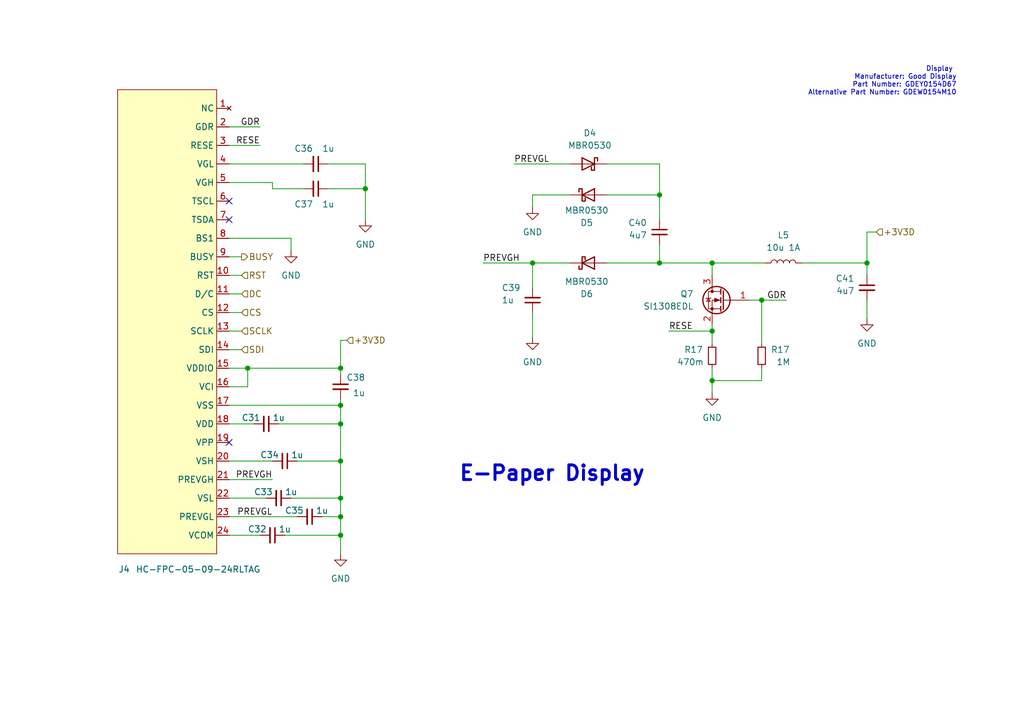
<source format=kicad_sch>
(kicad_sch (version 20230121) (generator eeschema)

  (uuid 4ae5d511-70c0-4fc6-a560-5e86bd4dae3d)

  (paper "A5")

  (title_block
    (title "Display")
    (date "2024-02-01")
    (rev "4")
    (company "Teapot Laboratories")
  )

  (lib_symbols
    (symbol "Device:C_Small" (pin_numbers hide) (pin_names (offset 0.254) hide) (in_bom yes) (on_board yes)
      (property "Reference" "C" (at 0.254 1.778 0)
        (effects (font (size 1.27 1.27)) (justify left))
      )
      (property "Value" "C_Small" (at 0.254 -2.032 0)
        (effects (font (size 1.27 1.27)) (justify left))
      )
      (property "Footprint" "" (at 0 0 0)
        (effects (font (size 1.27 1.27)) hide)
      )
      (property "Datasheet" "~" (at 0 0 0)
        (effects (font (size 1.27 1.27)) hide)
      )
      (property "ki_keywords" "capacitor cap" (at 0 0 0)
        (effects (font (size 1.27 1.27)) hide)
      )
      (property "ki_description" "Unpolarized capacitor, small symbol" (at 0 0 0)
        (effects (font (size 1.27 1.27)) hide)
      )
      (property "ki_fp_filters" "C_*" (at 0 0 0)
        (effects (font (size 1.27 1.27)) hide)
      )
      (symbol "C_Small_0_1"
        (polyline
          (pts
            (xy -1.524 -0.508)
            (xy 1.524 -0.508)
          )
          (stroke (width 0.3302) (type default))
          (fill (type none))
        )
        (polyline
          (pts
            (xy -1.524 0.508)
            (xy 1.524 0.508)
          )
          (stroke (width 0.3048) (type default))
          (fill (type none))
        )
      )
      (symbol "C_Small_1_1"
        (pin passive line (at 0 2.54 270) (length 2.032)
          (name "~" (effects (font (size 1.27 1.27))))
          (number "1" (effects (font (size 1.27 1.27))))
        )
        (pin passive line (at 0 -2.54 90) (length 2.032)
          (name "~" (effects (font (size 1.27 1.27))))
          (number "2" (effects (font (size 1.27 1.27))))
        )
      )
    )
    (symbol "Device:L" (pin_numbers hide) (pin_names (offset 1.016) hide) (in_bom yes) (on_board yes)
      (property "Reference" "L" (at -1.27 0 90)
        (effects (font (size 1.27 1.27)))
      )
      (property "Value" "L" (at 1.905 0 90)
        (effects (font (size 1.27 1.27)))
      )
      (property "Footprint" "" (at 0 0 0)
        (effects (font (size 1.27 1.27)) hide)
      )
      (property "Datasheet" "~" (at 0 0 0)
        (effects (font (size 1.27 1.27)) hide)
      )
      (property "ki_keywords" "inductor choke coil reactor magnetic" (at 0 0 0)
        (effects (font (size 1.27 1.27)) hide)
      )
      (property "ki_description" "Inductor" (at 0 0 0)
        (effects (font (size 1.27 1.27)) hide)
      )
      (property "ki_fp_filters" "Choke_* *Coil* Inductor_* L_*" (at 0 0 0)
        (effects (font (size 1.27 1.27)) hide)
      )
      (symbol "L_0_1"
        (arc (start 0 -2.54) (mid 0.6323 -1.905) (end 0 -1.27)
          (stroke (width 0) (type default))
          (fill (type none))
        )
        (arc (start 0 -1.27) (mid 0.6323 -0.635) (end 0 0)
          (stroke (width 0) (type default))
          (fill (type none))
        )
        (arc (start 0 0) (mid 0.6323 0.635) (end 0 1.27)
          (stroke (width 0) (type default))
          (fill (type none))
        )
        (arc (start 0 1.27) (mid 0.6323 1.905) (end 0 2.54)
          (stroke (width 0) (type default))
          (fill (type none))
        )
      )
      (symbol "L_1_1"
        (pin passive line (at 0 3.81 270) (length 1.27)
          (name "1" (effects (font (size 1.27 1.27))))
          (number "1" (effects (font (size 1.27 1.27))))
        )
        (pin passive line (at 0 -3.81 90) (length 1.27)
          (name "2" (effects (font (size 1.27 1.27))))
          (number "2" (effects (font (size 1.27 1.27))))
        )
      )
    )
    (symbol "Device:R_Small" (pin_numbers hide) (pin_names (offset 0.254) hide) (in_bom yes) (on_board yes)
      (property "Reference" "R" (at 0.762 0.508 0)
        (effects (font (size 1.27 1.27)) (justify left))
      )
      (property "Value" "R_Small" (at 0.762 -1.016 0)
        (effects (font (size 1.27 1.27)) (justify left))
      )
      (property "Footprint" "" (at 0 0 0)
        (effects (font (size 1.27 1.27)) hide)
      )
      (property "Datasheet" "~" (at 0 0 0)
        (effects (font (size 1.27 1.27)) hide)
      )
      (property "ki_keywords" "R resistor" (at 0 0 0)
        (effects (font (size 1.27 1.27)) hide)
      )
      (property "ki_description" "Resistor, small symbol" (at 0 0 0)
        (effects (font (size 1.27 1.27)) hide)
      )
      (property "ki_fp_filters" "R_*" (at 0 0 0)
        (effects (font (size 1.27 1.27)) hide)
      )
      (symbol "R_Small_0_1"
        (rectangle (start -0.762 1.778) (end 0.762 -1.778)
          (stroke (width 0.2032) (type default))
          (fill (type none))
        )
      )
      (symbol "R_Small_1_1"
        (pin passive line (at 0 2.54 270) (length 0.762)
          (name "~" (effects (font (size 1.27 1.27))))
          (number "1" (effects (font (size 1.27 1.27))))
        )
        (pin passive line (at 0 -2.54 90) (length 0.762)
          (name "~" (effects (font (size 1.27 1.27))))
          (number "2" (effects (font (size 1.27 1.27))))
        )
      )
    )
    (symbol "Diode:MBR0530" (pin_numbers hide) (pin_names (offset 1.016) hide) (in_bom yes) (on_board yes)
      (property "Reference" "D" (at 0 2.54 0)
        (effects (font (size 1.27 1.27)))
      )
      (property "Value" "MBR0530" (at 0 -2.54 0)
        (effects (font (size 1.27 1.27)))
      )
      (property "Footprint" "Diode_SMD:D_SOD-123" (at 0 -4.445 0)
        (effects (font (size 1.27 1.27)) hide)
      )
      (property "Datasheet" "http://www.mccsemi.com/up_pdf/MBR0520~MBR0580(SOD123).pdf" (at 0 0 0)
        (effects (font (size 1.27 1.27)) hide)
      )
      (property "ki_keywords" "diode Schottky" (at 0 0 0)
        (effects (font (size 1.27 1.27)) hide)
      )
      (property "ki_description" "30V 0.5A Schottky Power Rectifier Diode, SOD-123" (at 0 0 0)
        (effects (font (size 1.27 1.27)) hide)
      )
      (property "ki_fp_filters" "D*SOD?123*" (at 0 0 0)
        (effects (font (size 1.27 1.27)) hide)
      )
      (symbol "MBR0530_0_1"
        (polyline
          (pts
            (xy 1.27 0)
            (xy -1.27 0)
          )
          (stroke (width 0) (type default))
          (fill (type none))
        )
        (polyline
          (pts
            (xy 1.27 1.27)
            (xy 1.27 -1.27)
            (xy -1.27 0)
            (xy 1.27 1.27)
          )
          (stroke (width 0.254) (type default))
          (fill (type none))
        )
        (polyline
          (pts
            (xy -1.905 0.635)
            (xy -1.905 1.27)
            (xy -1.27 1.27)
            (xy -1.27 -1.27)
            (xy -0.635 -1.27)
            (xy -0.635 -0.635)
          )
          (stroke (width 0.254) (type default))
          (fill (type none))
        )
      )
      (symbol "MBR0530_1_1"
        (pin passive line (at -3.81 0 0) (length 2.54)
          (name "K" (effects (font (size 1.27 1.27))))
          (number "1" (effects (font (size 1.27 1.27))))
        )
        (pin passive line (at 3.81 0 180) (length 2.54)
          (name "A" (effects (font (size 1.27 1.27))))
          (number "2" (effects (font (size 1.27 1.27))))
        )
      )
    )
    (symbol "Transistor_FET:AO3400A" (pin_names hide) (in_bom yes) (on_board yes)
      (property "Reference" "Q" (at 5.08 1.905 0)
        (effects (font (size 1.27 1.27)) (justify left))
      )
      (property "Value" "AO3400A" (at 5.08 0 0)
        (effects (font (size 1.27 1.27)) (justify left))
      )
      (property "Footprint" "Package_TO_SOT_SMD:SOT-23" (at 5.08 -1.905 0)
        (effects (font (size 1.27 1.27) italic) (justify left) hide)
      )
      (property "Datasheet" "http://www.aosmd.com/pdfs/datasheet/AO3400A.pdf" (at 0 0 0)
        (effects (font (size 1.27 1.27)) (justify left) hide)
      )
      (property "ki_keywords" "N-Channel MOSFET" (at 0 0 0)
        (effects (font (size 1.27 1.27)) hide)
      )
      (property "ki_description" "30V Vds, 5.7A Id, N-Channel MOSFET, SOT-23" (at 0 0 0)
        (effects (font (size 1.27 1.27)) hide)
      )
      (property "ki_fp_filters" "SOT?23*" (at 0 0 0)
        (effects (font (size 1.27 1.27)) hide)
      )
      (symbol "AO3400A_0_1"
        (polyline
          (pts
            (xy 0.254 0)
            (xy -2.54 0)
          )
          (stroke (width 0) (type default))
          (fill (type none))
        )
        (polyline
          (pts
            (xy 0.254 1.905)
            (xy 0.254 -1.905)
          )
          (stroke (width 0.254) (type default))
          (fill (type none))
        )
        (polyline
          (pts
            (xy 0.762 -1.27)
            (xy 0.762 -2.286)
          )
          (stroke (width 0.254) (type default))
          (fill (type none))
        )
        (polyline
          (pts
            (xy 0.762 0.508)
            (xy 0.762 -0.508)
          )
          (stroke (width 0.254) (type default))
          (fill (type none))
        )
        (polyline
          (pts
            (xy 0.762 2.286)
            (xy 0.762 1.27)
          )
          (stroke (width 0.254) (type default))
          (fill (type none))
        )
        (polyline
          (pts
            (xy 2.54 2.54)
            (xy 2.54 1.778)
          )
          (stroke (width 0) (type default))
          (fill (type none))
        )
        (polyline
          (pts
            (xy 2.54 -2.54)
            (xy 2.54 0)
            (xy 0.762 0)
          )
          (stroke (width 0) (type default))
          (fill (type none))
        )
        (polyline
          (pts
            (xy 0.762 -1.778)
            (xy 3.302 -1.778)
            (xy 3.302 1.778)
            (xy 0.762 1.778)
          )
          (stroke (width 0) (type default))
          (fill (type none))
        )
        (polyline
          (pts
            (xy 1.016 0)
            (xy 2.032 0.381)
            (xy 2.032 -0.381)
            (xy 1.016 0)
          )
          (stroke (width 0) (type default))
          (fill (type outline))
        )
        (polyline
          (pts
            (xy 2.794 0.508)
            (xy 2.921 0.381)
            (xy 3.683 0.381)
            (xy 3.81 0.254)
          )
          (stroke (width 0) (type default))
          (fill (type none))
        )
        (polyline
          (pts
            (xy 3.302 0.381)
            (xy 2.921 -0.254)
            (xy 3.683 -0.254)
            (xy 3.302 0.381)
          )
          (stroke (width 0) (type default))
          (fill (type none))
        )
        (circle (center 1.651 0) (radius 2.794)
          (stroke (width 0.254) (type default))
          (fill (type none))
        )
        (circle (center 2.54 -1.778) (radius 0.254)
          (stroke (width 0) (type default))
          (fill (type outline))
        )
        (circle (center 2.54 1.778) (radius 0.254)
          (stroke (width 0) (type default))
          (fill (type outline))
        )
      )
      (symbol "AO3400A_1_1"
        (pin input line (at -5.08 0 0) (length 2.54)
          (name "G" (effects (font (size 1.27 1.27))))
          (number "1" (effects (font (size 1.27 1.27))))
        )
        (pin passive line (at 2.54 -5.08 90) (length 2.54)
          (name "S" (effects (font (size 1.27 1.27))))
          (number "2" (effects (font (size 1.27 1.27))))
        )
        (pin passive line (at 2.54 5.08 270) (length 2.54)
          (name "D" (effects (font (size 1.27 1.27))))
          (number "3" (effects (font (size 1.27 1.27))))
        )
      )
    )
    (symbol "plantpal:GDEW0154M10" (in_bom yes) (on_board yes)
      (property "Reference" "U" (at -8.89 45.72 0)
        (effects (font (size 1.27 1.27)))
      )
      (property "Value" "" (at -1.27 27.94 0)
        (effects (font (size 1.27 1.27)))
      )
      (property "Footprint" "" (at -1.27 27.94 0)
        (effects (font (size 1.27 1.27)) hide)
      )
      (property "Datasheet" "" (at -1.27 27.94 0)
        (effects (font (size 1.27 1.27)) hide)
      )
      (symbol "GDEW0154M10_1_1"
        (rectangle (start -10.16 44.45) (end 10.16 -50.8)
          (stroke (width 0) (type default))
          (fill (type background))
        )
        (pin no_connect line (at -12.7 40.64 0) (length 2.54)
          (name "NC" (effects (font (size 1.27 1.27))))
          (number "1" (effects (font (size 1.27 1.27))))
        )
        (pin input line (at -12.7 6.35 0) (length 2.54)
          (name "RST" (effects (font (size 1.27 1.27))))
          (number "10" (effects (font (size 1.27 1.27))))
        )
        (pin input line (at -12.7 2.54 0) (length 2.54)
          (name "D/C" (effects (font (size 1.27 1.27))))
          (number "11" (effects (font (size 1.27 1.27))))
        )
        (pin input line (at -12.7 -1.27 0) (length 2.54)
          (name "CS" (effects (font (size 1.27 1.27))))
          (number "12" (effects (font (size 1.27 1.27))))
        )
        (pin output line (at -12.7 -5.08 0) (length 2.54)
          (name "SCLK" (effects (font (size 1.27 1.27))))
          (number "13" (effects (font (size 1.27 1.27))))
        )
        (pin output line (at -12.7 -8.89 0) (length 2.54)
          (name "SDI" (effects (font (size 1.27 1.27))))
          (number "14" (effects (font (size 1.27 1.27))))
        )
        (pin power_in line (at -12.7 -12.7 0) (length 2.54)
          (name "VDDIO" (effects (font (size 1.27 1.27))))
          (number "15" (effects (font (size 1.27 1.27))))
        )
        (pin power_in line (at -12.7 -16.51 0) (length 2.54)
          (name "VCI" (effects (font (size 1.27 1.27))))
          (number "16" (effects (font (size 1.27 1.27))))
        )
        (pin power_in line (at -12.7 -20.32 0) (length 2.54)
          (name "VSS" (effects (font (size 1.27 1.27))))
          (number "17" (effects (font (size 1.27 1.27))))
        )
        (pin power_in line (at -12.7 -24.13 0) (length 2.54)
          (name "VDD" (effects (font (size 1.27 1.27))))
          (number "18" (effects (font (size 1.27 1.27))))
        )
        (pin power_in line (at -12.7 -27.94 0) (length 2.54)
          (name "VPP" (effects (font (size 1.27 1.27))))
          (number "19" (effects (font (size 1.27 1.27))))
        )
        (pin output line (at -12.7 36.83 0) (length 2.54)
          (name "GDR" (effects (font (size 1.27 1.27))))
          (number "2" (effects (font (size 1.27 1.27))))
        )
        (pin power_in line (at -12.7 -31.75 0) (length 2.54)
          (name "VSH" (effects (font (size 1.27 1.27))))
          (number "20" (effects (font (size 1.27 1.27))))
        )
        (pin power_in line (at -12.7 -35.56 0) (length 2.54)
          (name "PREVGH" (effects (font (size 1.27 1.27))))
          (number "21" (effects (font (size 1.27 1.27))))
        )
        (pin power_in line (at -12.7 -39.37 0) (length 2.54)
          (name "VSL" (effects (font (size 1.27 1.27))))
          (number "22" (effects (font (size 1.27 1.27))))
        )
        (pin power_in line (at -12.7 -43.18 0) (length 2.54)
          (name "PREVGL" (effects (font (size 1.27 1.27))))
          (number "23" (effects (font (size 1.27 1.27))))
        )
        (pin power_in line (at -12.7 -46.99 0) (length 2.54)
          (name "VCOM" (effects (font (size 1.27 1.27))))
          (number "24" (effects (font (size 1.27 1.27))))
        )
        (pin output line (at -12.7 33.02 0) (length 2.54)
          (name "RESE" (effects (font (size 1.27 1.27))))
          (number "3" (effects (font (size 1.27 1.27))))
        )
        (pin passive line (at -12.7 29.21 0) (length 2.54)
          (name "VGL" (effects (font (size 1.27 1.27))))
          (number "4" (effects (font (size 1.27 1.27))))
        )
        (pin passive line (at -12.7 25.4 0) (length 2.54)
          (name "VGH" (effects (font (size 1.27 1.27))))
          (number "5" (effects (font (size 1.27 1.27))))
        )
        (pin output line (at -12.7 21.59 0) (length 2.54)
          (name "TSCL" (effects (font (size 1.27 1.27))))
          (number "6" (effects (font (size 1.27 1.27))))
        )
        (pin bidirectional line (at -12.7 17.78 0) (length 2.54)
          (name "TSDA" (effects (font (size 1.27 1.27))))
          (number "7" (effects (font (size 1.27 1.27))))
        )
        (pin input line (at -12.7 13.97 0) (length 2.54)
          (name "BS1" (effects (font (size 1.27 1.27))))
          (number "8" (effects (font (size 1.27 1.27))))
        )
        (pin output line (at -12.7 10.16 0) (length 2.54)
          (name "BUSY" (effects (font (size 1.27 1.27))))
          (number "9" (effects (font (size 1.27 1.27))))
        )
      )
    )
    (symbol "power:GND" (power) (pin_names (offset 0)) (in_bom yes) (on_board yes)
      (property "Reference" "#PWR" (at 0 -6.35 0)
        (effects (font (size 1.27 1.27)) hide)
      )
      (property "Value" "GND" (at 0 -3.81 0)
        (effects (font (size 1.27 1.27)))
      )
      (property "Footprint" "" (at 0 0 0)
        (effects (font (size 1.27 1.27)) hide)
      )
      (property "Datasheet" "" (at 0 0 0)
        (effects (font (size 1.27 1.27)) hide)
      )
      (property "ki_keywords" "global power" (at 0 0 0)
        (effects (font (size 1.27 1.27)) hide)
      )
      (property "ki_description" "Power symbol creates a global label with name \"GND\" , ground" (at 0 0 0)
        (effects (font (size 1.27 1.27)) hide)
      )
      (symbol "GND_0_1"
        (polyline
          (pts
            (xy 0 0)
            (xy 0 -1.27)
            (xy 1.27 -1.27)
            (xy 0 -2.54)
            (xy -1.27 -1.27)
            (xy 0 -1.27)
          )
          (stroke (width 0) (type default))
          (fill (type none))
        )
      )
      (symbol "GND_1_1"
        (pin power_in line (at 0 0 270) (length 0) hide
          (name "GND" (effects (font (size 1.27 1.27))))
          (number "1" (effects (font (size 1.27 1.27))))
        )
      )
    )
  )

  (junction (at 69.85 109.855) (diameter 0) (color 0 0 0 0)
    (uuid 0a7ffd12-3d20-402b-9fe4-2dd45c732592)
  )
  (junction (at 135.255 53.975) (diameter 0) (color 0 0 0 0)
    (uuid 1e12fc32-1d6d-49dd-9f74-c1d9480b6f02)
  )
  (junction (at 146.05 53.975) (diameter 0) (color 0 0 0 0)
    (uuid 2891b902-c362-427d-b33f-9bf44d751fc7)
  )
  (junction (at 69.85 83.185) (diameter 0) (color 0 0 0 0)
    (uuid 2a96d1cb-8adf-4b30-b832-2d536c481270)
  )
  (junction (at 109.22 53.975) (diameter 0) (color 0 0 0 0)
    (uuid 3646ea49-9385-4efd-a67e-39d8714c83be)
  )
  (junction (at 69.85 94.615) (diameter 0) (color 0 0 0 0)
    (uuid 57af960c-a847-47f1-b29e-0d1c1e81f4bd)
  )
  (junction (at 146.05 78.105) (diameter 0) (color 0 0 0 0)
    (uuid 6c32281b-48bd-44c5-9c3b-c41dc85f0bb8)
  )
  (junction (at 69.85 86.995) (diameter 0) (color 0 0 0 0)
    (uuid 738fc8ee-13f3-4c8f-9e7c-ae11a544fc0a)
  )
  (junction (at 69.85 106.045) (diameter 0) (color 0 0 0 0)
    (uuid 84bc448d-26fe-4072-b287-22c6b42d9ec9)
  )
  (junction (at 74.93 38.735) (diameter 0) (color 0 0 0 0)
    (uuid 889dca75-6331-4fb1-b175-50c230d9230b)
  )
  (junction (at 69.85 102.235) (diameter 0) (color 0 0 0 0)
    (uuid 8ffb5cb4-93bb-4b35-a4d3-769318ef8471)
  )
  (junction (at 135.255 40.005) (diameter 0) (color 0 0 0 0)
    (uuid 99fc6408-85b1-4b33-b382-562b310525f8)
  )
  (junction (at 50.8 75.565) (diameter 0) (color 0 0 0 0)
    (uuid a29d2e7a-1b21-4249-9f20-aaa74b0606f6)
  )
  (junction (at 69.85 75.565) (diameter 0) (color 0 0 0 0)
    (uuid b54bac6c-5907-4585-8763-ead8217f1ac1)
  )
  (junction (at 146.05 67.945) (diameter 0) (color 0 0 0 0)
    (uuid b9bfec19-9c1a-4ac8-b25f-3e143b70fb31)
  )
  (junction (at 177.8 53.975) (diameter 0) (color 0 0 0 0)
    (uuid c3850b26-47bc-4a43-afc4-cc8aeb1cfb95)
  )
  (junction (at 156.21 61.595) (diameter 0) (color 0 0 0 0)
    (uuid d2766805-648c-48de-a2a2-3aaa74ce4885)
  )

  (no_connect (at 46.99 90.805) (uuid 7a3dd75f-b154-471e-a8a2-83f23f3a52be))
  (no_connect (at 46.99 45.085) (uuid a8b78733-d0e1-4b65-af0d-55ea4844a44f))
  (no_connect (at 46.99 41.275) (uuid e9bdc3da-d376-4aa7-85b9-4d853fee87e6))

  (wire (pts (xy 156.21 75.565) (xy 156.21 78.105))
    (stroke (width 0) (type default))
    (uuid 00470bd9-ac26-4b34-8c76-5b58775422ef)
  )
  (wire (pts (xy 146.05 66.675) (xy 146.05 67.945))
    (stroke (width 0) (type default))
    (uuid 0635ce42-6221-415c-bf5f-c123e4319695)
  )
  (wire (pts (xy 55.88 37.465) (xy 55.88 38.735))
    (stroke (width 0) (type default))
    (uuid 0650cddc-844f-48e9-a929-2a92ea2e1bf7)
  )
  (wire (pts (xy 74.93 38.735) (xy 74.93 45.085))
    (stroke (width 0) (type default))
    (uuid 12847fe7-367a-47cc-86f3-37a2d5bab1e5)
  )
  (wire (pts (xy 69.85 113.665) (xy 69.85 109.855))
    (stroke (width 0) (type default))
    (uuid 12d0bd39-418b-4142-85f7-130aed8a32e7)
  )
  (wire (pts (xy 59.69 48.895) (xy 59.69 51.435))
    (stroke (width 0) (type default))
    (uuid 15a48a33-4131-4a67-9299-43c6013dec4c)
  )
  (wire (pts (xy 69.85 109.855) (xy 69.85 106.045))
    (stroke (width 0) (type default))
    (uuid 19f10397-1597-4cef-bf6f-105ec670a69f)
  )
  (wire (pts (xy 46.99 79.375) (xy 50.8 79.375))
    (stroke (width 0) (type default))
    (uuid 1f62c4f0-16a3-419c-8d78-9589b9a51e4a)
  )
  (wire (pts (xy 49.53 60.325) (xy 46.99 60.325))
    (stroke (width 0) (type default))
    (uuid 2296e30c-e13e-45e2-b81c-7b100d542323)
  )
  (wire (pts (xy 146.05 67.945) (xy 137.16 67.945))
    (stroke (width 0) (type default))
    (uuid 23f5fc35-bef2-488e-b6cf-3421e047d966)
  )
  (wire (pts (xy 74.93 33.655) (xy 74.93 38.735))
    (stroke (width 0) (type default))
    (uuid 28cefb43-8992-48a7-b63a-1209d0cdcbe9)
  )
  (wire (pts (xy 49.53 67.945) (xy 46.99 67.945))
    (stroke (width 0) (type default))
    (uuid 2a445002-2e75-403d-98f0-81947a19ea29)
  )
  (wire (pts (xy 161.29 61.595) (xy 156.21 61.595))
    (stroke (width 0) (type default))
    (uuid 2cc55f3c-7bc5-40f0-a1fd-aa99d04e09b9)
  )
  (wire (pts (xy 49.53 56.515) (xy 46.99 56.515))
    (stroke (width 0) (type default))
    (uuid 3549bce0-dea0-4cc2-88d4-7e14ce1b74c7)
  )
  (wire (pts (xy 109.22 53.975) (xy 109.22 59.055))
    (stroke (width 0) (type default))
    (uuid 3bcce99f-2bb0-403e-802a-a9c2ba9a6e99)
  )
  (wire (pts (xy 69.85 86.995) (xy 69.85 83.185))
    (stroke (width 0) (type default))
    (uuid 3c131e3e-5109-42a5-9abd-7fc6db37cce1)
  )
  (wire (pts (xy 53.34 109.855) (xy 46.99 109.855))
    (stroke (width 0) (type default))
    (uuid 40ff2668-bc2f-44d8-8f2c-83e526497033)
  )
  (wire (pts (xy 55.88 98.425) (xy 46.99 98.425))
    (stroke (width 0) (type default))
    (uuid 4319b05e-e2af-408d-8b32-5ce916ceb76c)
  )
  (wire (pts (xy 69.85 75.565) (xy 50.8 75.565))
    (stroke (width 0) (type default))
    (uuid 4ac2460b-06fa-4df1-9e74-b86fc77484ef)
  )
  (wire (pts (xy 50.8 79.375) (xy 50.8 75.565))
    (stroke (width 0) (type default))
    (uuid 4c77cd2f-60da-4247-8314-ea854ce3773d)
  )
  (wire (pts (xy 69.85 109.855) (xy 58.42 109.855))
    (stroke (width 0) (type default))
    (uuid 4f5011de-9a3d-4a1c-af89-67a8ef6f652d)
  )
  (wire (pts (xy 50.8 75.565) (xy 46.99 75.565))
    (stroke (width 0) (type default))
    (uuid 5096c159-0203-474c-a76d-69e7755fa3b1)
  )
  (wire (pts (xy 156.21 70.485) (xy 156.21 61.595))
    (stroke (width 0) (type default))
    (uuid 531135a0-29fd-4446-b945-06d353034968)
  )
  (wire (pts (xy 49.53 71.755) (xy 46.99 71.755))
    (stroke (width 0) (type default))
    (uuid 5bd4eb0e-a736-485c-8845-96cb4dbf4525)
  )
  (wire (pts (xy 135.255 33.655) (xy 135.255 40.005))
    (stroke (width 0) (type default))
    (uuid 5e5eb603-4340-459a-a39b-35ca11e40d8d)
  )
  (wire (pts (xy 46.99 37.465) (xy 55.88 37.465))
    (stroke (width 0) (type default))
    (uuid 603f437f-f136-4827-a0a6-ad8246ff3e0f)
  )
  (wire (pts (xy 49.53 64.135) (xy 46.99 64.135))
    (stroke (width 0) (type default))
    (uuid 66244459-b0e5-4d05-995f-a1fe5e7a457e)
  )
  (wire (pts (xy 62.23 33.655) (xy 46.99 33.655))
    (stroke (width 0) (type default))
    (uuid 66941177-063b-42ea-871f-061dac7d2d1e)
  )
  (wire (pts (xy 135.255 40.005) (xy 135.255 45.085))
    (stroke (width 0) (type default))
    (uuid 6726f7d9-f258-4553-8cfc-bd26b2badb9c)
  )
  (wire (pts (xy 135.255 33.655) (xy 124.46 33.655))
    (stroke (width 0) (type default))
    (uuid 68d54d5c-7170-4946-b47d-790fdfb5b8d4)
  )
  (wire (pts (xy 69.85 102.235) (xy 59.69 102.235))
    (stroke (width 0) (type default))
    (uuid 69b323b4-e296-4c69-bcfd-5ec3b769a510)
  )
  (wire (pts (xy 74.93 33.655) (xy 67.31 33.655))
    (stroke (width 0) (type default))
    (uuid 6ac06cf4-3688-4f1a-aebc-0a657dbb73b7)
  )
  (wire (pts (xy 69.85 75.565) (xy 69.85 76.835))
    (stroke (width 0) (type default))
    (uuid 6da6f818-eaaf-41e6-b158-c3c5acd9da73)
  )
  (wire (pts (xy 179.705 47.625) (xy 177.8 47.625))
    (stroke (width 0) (type default))
    (uuid 6dd32440-982b-4b8a-9c1f-535bb7ae69d9)
  )
  (wire (pts (xy 146.05 53.975) (xy 156.845 53.975))
    (stroke (width 0) (type default))
    (uuid 756c1e76-b6d8-4cd5-8a12-244379ac851f)
  )
  (wire (pts (xy 177.8 47.625) (xy 177.8 53.975))
    (stroke (width 0) (type default))
    (uuid 78b64d51-7150-4fb7-a504-529a4b174757)
  )
  (wire (pts (xy 177.8 53.975) (xy 164.465 53.975))
    (stroke (width 0) (type default))
    (uuid 79758093-b399-485e-9d37-5d7340c4c442)
  )
  (wire (pts (xy 135.255 50.165) (xy 135.255 53.975))
    (stroke (width 0) (type default))
    (uuid 7b51ed02-9990-4f6c-89b6-9dbdb924bc6b)
  )
  (wire (pts (xy 116.84 40.005) (xy 109.22 40.005))
    (stroke (width 0) (type default))
    (uuid 7ddb803f-5763-4415-82ea-acb5fb6e77c3)
  )
  (wire (pts (xy 135.255 40.005) (xy 124.46 40.005))
    (stroke (width 0) (type default))
    (uuid 7e09e5a4-06f4-43e5-af44-756bfa48d100)
  )
  (wire (pts (xy 69.85 83.185) (xy 46.99 83.185))
    (stroke (width 0) (type default))
    (uuid 81f2f0c2-ee0a-4398-a8da-b9f42ad34b09)
  )
  (wire (pts (xy 116.84 53.975) (xy 109.22 53.975))
    (stroke (width 0) (type default))
    (uuid 887f91fc-2d36-43b7-8aef-b153d24db428)
  )
  (wire (pts (xy 69.85 81.915) (xy 69.85 83.185))
    (stroke (width 0) (type default))
    (uuid 8976dc16-687e-4dc6-ad3d-531c7f4e2846)
  )
  (wire (pts (xy 146.05 56.515) (xy 146.05 53.975))
    (stroke (width 0) (type default))
    (uuid 8b73922e-616b-44ce-b4f1-fb5f48818939)
  )
  (wire (pts (xy 74.93 38.735) (xy 67.31 38.735))
    (stroke (width 0) (type default))
    (uuid 8c1573aa-8fb9-43d8-8011-0bc7ff1d1cf5)
  )
  (wire (pts (xy 109.22 64.135) (xy 109.22 69.215))
    (stroke (width 0) (type default))
    (uuid 8d51e5ca-d90b-4c8e-bab1-9365e6fffd2f)
  )
  (wire (pts (xy 69.85 94.615) (xy 60.96 94.615))
    (stroke (width 0) (type default))
    (uuid 96b1d88c-5770-4754-aa42-dcb308247448)
  )
  (wire (pts (xy 146.05 53.975) (xy 135.255 53.975))
    (stroke (width 0) (type default))
    (uuid 9a8cb7b9-3fa3-4188-870d-08f870b9d4de)
  )
  (wire (pts (xy 116.84 33.655) (xy 105.41 33.655))
    (stroke (width 0) (type default))
    (uuid 9b096bcd-c1cb-4c6d-afb0-1e29d9e3d37d)
  )
  (wire (pts (xy 156.21 61.595) (xy 153.67 61.595))
    (stroke (width 0) (type default))
    (uuid 9f1bb855-88e3-4d3e-b5f9-3e03044520c2)
  )
  (wire (pts (xy 69.85 106.045) (xy 69.85 102.235))
    (stroke (width 0) (type default))
    (uuid a4bb3a38-f287-4567-8229-c36240311724)
  )
  (wire (pts (xy 49.53 52.705) (xy 46.99 52.705))
    (stroke (width 0) (type default))
    (uuid aa006b42-18cd-4e3d-8e31-ab58b207ba0b)
  )
  (wire (pts (xy 52.07 86.995) (xy 46.99 86.995))
    (stroke (width 0) (type default))
    (uuid aa43be48-b013-4fd9-9393-04d86b5e2902)
  )
  (wire (pts (xy 69.85 106.045) (xy 66.04 106.045))
    (stroke (width 0) (type default))
    (uuid abbe2d77-fe26-4be5-bd02-c93120ce4e25)
  )
  (wire (pts (xy 69.85 86.995) (xy 57.15 86.995))
    (stroke (width 0) (type default))
    (uuid b1e35e94-c8cb-447b-a556-f09be7173929)
  )
  (wire (pts (xy 146.05 67.945) (xy 146.05 70.485))
    (stroke (width 0) (type default))
    (uuid b80a196b-ab56-4aa2-9e7c-f334830d069a)
  )
  (wire (pts (xy 69.85 69.85) (xy 69.85 75.565))
    (stroke (width 0) (type default))
    (uuid bd50a6d6-bd93-42f8-b972-6768be0b3f8c)
  )
  (wire (pts (xy 54.61 102.235) (xy 46.99 102.235))
    (stroke (width 0) (type default))
    (uuid c2796efd-37f8-4e34-ab61-b88b348c8da2)
  )
  (wire (pts (xy 109.22 53.975) (xy 99.06 53.975))
    (stroke (width 0) (type default))
    (uuid c4b79133-553e-45c5-9ead-1eff85b040e8)
  )
  (wire (pts (xy 55.88 38.735) (xy 62.23 38.735))
    (stroke (width 0) (type default))
    (uuid c5e9e7b3-36ed-43f4-abea-e4d2fa0c3f9f)
  )
  (wire (pts (xy 53.34 26.035) (xy 46.99 26.035))
    (stroke (width 0) (type default))
    (uuid c98ea896-1fc0-457b-a15a-259e3fa48cc1)
  )
  (wire (pts (xy 177.8 53.975) (xy 177.8 56.515))
    (stroke (width 0) (type default))
    (uuid cd18aa7f-42f0-4480-9cb4-a2c1d32fd671)
  )
  (wire (pts (xy 146.05 78.105) (xy 146.05 80.645))
    (stroke (width 0) (type default))
    (uuid cdf693d9-8bf1-4de4-a06a-7254465997d9)
  )
  (wire (pts (xy 69.85 94.615) (xy 69.85 86.995))
    (stroke (width 0) (type default))
    (uuid cff7d954-112c-4cad-9122-bb9212730437)
  )
  (wire (pts (xy 135.255 53.975) (xy 124.46 53.975))
    (stroke (width 0) (type default))
    (uuid d20d823c-e25b-40a2-b5b1-dc62e334b291)
  )
  (wire (pts (xy 69.85 69.85) (xy 71.12 69.85))
    (stroke (width 0) (type default))
    (uuid d44d2bf3-5788-424c-a8c2-15eb7aeb72a3)
  )
  (wire (pts (xy 55.88 94.615) (xy 46.99 94.615))
    (stroke (width 0) (type default))
    (uuid d47b6b48-eb8a-4365-93cb-dcdb61662e2a)
  )
  (wire (pts (xy 60.96 106.045) (xy 46.99 106.045))
    (stroke (width 0) (type default))
    (uuid de57ca04-f357-48c3-bf47-d9d6fbca2f0b)
  )
  (wire (pts (xy 69.85 102.235) (xy 69.85 94.615))
    (stroke (width 0) (type default))
    (uuid e245fc07-683f-4a3a-84a2-3640bcf8e436)
  )
  (wire (pts (xy 46.99 48.895) (xy 59.69 48.895))
    (stroke (width 0) (type default))
    (uuid e9417402-e836-4000-be25-1fc5efefb3ba)
  )
  (wire (pts (xy 146.05 75.565) (xy 146.05 78.105))
    (stroke (width 0) (type default))
    (uuid ead522c7-d3cb-4ef5-8802-6ae6d00f3d04)
  )
  (wire (pts (xy 156.21 78.105) (xy 146.05 78.105))
    (stroke (width 0) (type default))
    (uuid f2272b41-4dd2-4444-810d-a250d0eb4bdb)
  )
  (wire (pts (xy 177.8 61.595) (xy 177.8 65.405))
    (stroke (width 0) (type default))
    (uuid f7e6044c-0a33-4f81-81e2-921c80e4d055)
  )
  (wire (pts (xy 109.22 40.005) (xy 109.22 42.545))
    (stroke (width 0) (type default))
    (uuid fc6f6861-7fe0-474d-b8ea-e34d9b7e5683)
  )
  (wire (pts (xy 53.34 29.845) (xy 46.99 29.845))
    (stroke (width 0) (type default))
    (uuid fc8fff6a-9595-4db4-90af-de2b8e481163)
  )

  (text "Display \nManufacturer: Good Display\nPart Number: GDEY0154D67\nAlternative Part Number: GDEW0154M10"
    (at 196.215 19.685 0)
    (effects (font (size 1 1)) (justify right bottom))
    (uuid 9fe19f31-93af-406b-bbb9-0019bed849f6)
  )
  (text "E-Paper Display" (at 93.98 99.06 0)
    (effects (font (size 3 3) (thickness 0.6) bold) (justify left bottom))
    (uuid face6e4b-e16a-455a-b099-da9e203e731d)
  )

  (label "GDR" (at 53.34 26.035 180) (fields_autoplaced)
    (effects (font (size 1.27 1.27)) (justify right bottom))
    (uuid 03690235-0b7c-4dbe-99b3-f65626de657e)
  )
  (label "PREVGL" (at 55.88 106.045 180) (fields_autoplaced)
    (effects (font (size 1.27 1.27)) (justify right bottom))
    (uuid 11b66577-edd2-4c61-a037-a317452b798b)
  )
  (label "RESE" (at 137.16 67.945 0) (fields_autoplaced)
    (effects (font (size 1.27 1.27)) (justify left bottom))
    (uuid 3fbb2c65-6ad4-43de-9a06-0c4337f688b5)
  )
  (label "RESE" (at 53.34 29.845 180) (fields_autoplaced)
    (effects (font (size 1.27 1.27)) (justify right bottom))
    (uuid 53aa7e34-fb1b-4396-98ba-a216ff08ec65)
  )
  (label "GDR" (at 161.29 61.595 180) (fields_autoplaced)
    (effects (font (size 1.27 1.27)) (justify right bottom))
    (uuid 5ba86734-d8d5-45d9-9c48-fe8084b94e9a)
  )
  (label "PREVGH" (at 55.88 98.425 180) (fields_autoplaced)
    (effects (font (size 1.27 1.27)) (justify right bottom))
    (uuid 62f13299-5e42-4d1b-9f8f-f1bad41784fb)
  )
  (label "PREVGL" (at 105.41 33.655 0) (fields_autoplaced)
    (effects (font (size 1.27 1.27)) (justify left bottom))
    (uuid 8487b333-369b-4ec2-b0dc-2de74e8a2db3)
  )
  (label "PREVGH" (at 99.06 53.975 0) (fields_autoplaced)
    (effects (font (size 1.27 1.27)) (justify left bottom))
    (uuid fc44c07e-e62d-4d88-a89f-03e9610a0ab9)
  )

  (hierarchical_label "DC" (shape input) (at 49.53 60.325 0) (fields_autoplaced)
    (effects (font (size 1.27 1.27)) (justify left))
    (uuid 33909f81-7871-4cb2-87b9-ec98f025572d)
  )
  (hierarchical_label "+3V3D" (shape input) (at 71.12 69.85 0) (fields_autoplaced)
    (effects (font (size 1.27 1.27)) (justify left))
    (uuid 39a806af-a675-4e69-94e5-cf86e8316897)
  )
  (hierarchical_label "SDI" (shape input) (at 49.53 71.755 0) (fields_autoplaced)
    (effects (font (size 1.27 1.27)) (justify left))
    (uuid 3d5b314e-7497-460b-8220-c8d2122877a7)
  )
  (hierarchical_label "+3V3D" (shape input) (at 179.705 47.625 0) (fields_autoplaced)
    (effects (font (size 1.27 1.27)) (justify left))
    (uuid 44f51bf2-a6df-4f93-ab63-3d858f3a503d)
  )
  (hierarchical_label "RST" (shape input) (at 49.53 56.515 0) (fields_autoplaced)
    (effects (font (size 1.27 1.27)) (justify left))
    (uuid 711003c3-3d29-4f47-8629-97d1fefff6dc)
  )
  (hierarchical_label "CS" (shape input) (at 49.53 64.135 0) (fields_autoplaced)
    (effects (font (size 1.27 1.27)) (justify left))
    (uuid 8abb05a3-d31b-412c-95f8-bcd965cb1d8a)
  )
  (hierarchical_label "BUSY" (shape output) (at 49.53 52.705 0) (fields_autoplaced)
    (effects (font (size 1.27 1.27)) (justify left))
    (uuid 982ee430-1ccf-49a4-84ab-3121e35a7ef6)
  )
  (hierarchical_label "SCLK" (shape input) (at 49.53 67.945 0) (fields_autoplaced)
    (effects (font (size 1.27 1.27)) (justify left))
    (uuid ecb0c0b6-1551-413d-a430-9a02de5035aa)
  )

  (symbol (lib_id "Device:C_Small") (at 63.5 106.045 270) (mirror x) (unit 1)
    (in_bom yes) (on_board yes) (dnp no)
    (uuid 0572856d-0281-43d1-90c2-78d754bb5cba)
    (property "Reference" "C35" (at 58.42 104.775 90)
      (effects (font (size 1.27 1.27)) (justify left))
    )
    (property "Value" "1u" (at 64.77 104.775 90)
      (effects (font (size 1.27 1.27)) (justify left))
    )
    (property "Footprint" "Capacitor_SMD:C_0402_1005Metric" (at 63.5 106.045 0)
      (effects (font (size 1.27 1.27)) hide)
    )
    (property "Datasheet" "https://datasheet.lcsc.com/lcsc/2201180430_Murata-Electronics-GRM155R61H105KE05D_C1518208.pdf" (at 63.5 106.045 0)
      (effects (font (size 1.27 1.27)) hide)
    )
    (property "Part Description" "Ceramic Capacitors 50V 1uF X5R ±10%" (at 63.5 106.045 0)
      (effects (font (size 1.27 1.27)) hide)
    )
    (property "Manufacturer" "Murata Electronics" (at 63.5 106.045 0)
      (effects (font (size 1.27 1.27)) hide)
    )
    (property "Manufacturer Part Number" "GRM155R61H105KE05D" (at 63.5 106.045 0)
      (effects (font (size 1.27 1.27)) hide)
    )
    (property "Distributor" "LCSC" (at 63.5 106.045 0)
      (effects (font (size 1.27 1.27)) hide)
    )
    (property "Distributor Part Number" "C1518208" (at 63.5 106.045 0)
      (effects (font (size 1.27 1.27)) hide)
    )
    (property "Distributor Link" "https://www.lcsc.com/product-detail/Multilayer-Ceramic-Capacitors-MLCC-SMD-SMT_Murata-Electronics-GRM155R61H105KE05D_C1518208.html" (at 63.5 106.045 0)
      (effects (font (size 1.27 1.27)) hide)
    )
    (pin "1" (uuid 5aebb212-e2b9-4bf7-9f75-5f7b66d0f0f0))
    (pin "2" (uuid f0d74b22-b3d1-41ed-9c4c-cf473fb7c70d))
    (instances
      (project "plantpal"
        (path "/59b4123e-c7be-466b-a5db-658b8f0c1171/3265fc00-478b-4188-a908-4fc9b1aaf6ab"
          (reference "C35") (unit 1)
        )
      )
    )
  )

  (symbol (lib_id "power:GND") (at 69.85 113.665 0) (mirror y) (unit 1)
    (in_bom yes) (on_board yes) (dnp no) (fields_autoplaced)
    (uuid 1542d944-3b70-4197-8ab5-2e7960c8b80e)
    (property "Reference" "#PWR094" (at 69.85 120.015 0)
      (effects (font (size 1.27 1.27)) hide)
    )
    (property "Value" "GND" (at 69.85 118.745 0)
      (effects (font (size 1.27 1.27)))
    )
    (property "Footprint" "" (at 69.85 113.665 0)
      (effects (font (size 1.27 1.27)) hide)
    )
    (property "Datasheet" "" (at 69.85 113.665 0)
      (effects (font (size 1.27 1.27)) hide)
    )
    (pin "1" (uuid e2531854-df1c-4e5b-9cae-94635da4cc11))
    (instances
      (project "plantpal"
        (path "/59b4123e-c7be-466b-a5db-658b8f0c1171/3265fc00-478b-4188-a908-4fc9b1aaf6ab"
          (reference "#PWR094") (unit 1)
        )
      )
    )
  )

  (symbol (lib_id "Device:C_Small") (at 54.61 86.995 270) (mirror x) (unit 1)
    (in_bom yes) (on_board yes) (dnp no)
    (uuid 19404660-6232-4e45-840c-512031628d3a)
    (property "Reference" "C31" (at 49.53 85.725 90)
      (effects (font (size 1.27 1.27)) (justify left))
    )
    (property "Value" "1u" (at 55.88 85.725 90)
      (effects (font (size 1.27 1.27)) (justify left))
    )
    (property "Footprint" "Capacitor_SMD:C_0402_1005Metric" (at 54.61 86.995 0)
      (effects (font (size 1.27 1.27)) hide)
    )
    (property "Datasheet" "https://datasheet.lcsc.com/lcsc/2201180430_Murata-Electronics-GRM155R61H105KE05D_C1518208.pdf" (at 54.61 86.995 0)
      (effects (font (size 1.27 1.27)) hide)
    )
    (property "Part Description" "Ceramic Capacitors 50V 1uF X5R ±10%" (at 54.61 86.995 0)
      (effects (font (size 1.27 1.27)) hide)
    )
    (property "Manufacturer" "Murata Electronics" (at 54.61 86.995 0)
      (effects (font (size 1.27 1.27)) hide)
    )
    (property "Manufacturer Part Number" "GRM155R61H105KE05D" (at 54.61 86.995 0)
      (effects (font (size 1.27 1.27)) hide)
    )
    (property "Distributor" "LCSC" (at 54.61 86.995 0)
      (effects (font (size 1.27 1.27)) hide)
    )
    (property "Distributor Part Number" "C1518208" (at 54.61 86.995 0)
      (effects (font (size 1.27 1.27)) hide)
    )
    (property "Distributor Link" "https://www.lcsc.com/product-detail/Multilayer-Ceramic-Capacitors-MLCC-SMD-SMT_Murata-Electronics-GRM155R61H105KE05D_C1518208.html" (at 54.61 86.995 0)
      (effects (font (size 1.27 1.27)) hide)
    )
    (pin "1" (uuid 838a4cd6-b49f-432c-a838-71567caefaab))
    (pin "2" (uuid 1b8b238a-0aae-43bb-af82-81a07518c033))
    (instances
      (project "plantpal"
        (path "/59b4123e-c7be-466b-a5db-658b8f0c1171/3265fc00-478b-4188-a908-4fc9b1aaf6ab"
          (reference "C31") (unit 1)
        )
      )
    )
  )

  (symbol (lib_id "Device:R_Small") (at 146.05 73.025 180) (unit 1)
    (in_bom yes) (on_board yes) (dnp no)
    (uuid 1ec63e58-b32c-4026-8cca-5e35a4b6f7e1)
    (property "Reference" "R17" (at 142.24 71.755 0)
      (effects (font (size 1.27 1.27)))
    )
    (property "Value" "470m" (at 141.605 74.295 0)
      (effects (font (size 1.27 1.27)))
    )
    (property "Footprint" "Resistor_SMD:R_0402_1005Metric" (at 146.05 73.025 0)
      (effects (font (size 1.27 1.27)) hide)
    )
    (property "Datasheet" "https://datasheet.lcsc.com/lcsc/2305172030_Vishay-Intertech-RCWE0402R470FKEA_C962578.pdf" (at 146.05 73.025 0)
      (effects (font (size 1.27 1.27)) hide)
    )
    (property "Part Description" "Resistor 125mW ±1% 470mΩ" (at 146.05 73.025 90)
      (effects (font (size 1.27 1.27)) hide)
    )
    (property "Manufacturer" "Vishay Intertech" (at 146.05 73.025 0)
      (effects (font (size 1.27 1.27)) hide)
    )
    (property "Manufacturer Part Number" "RCWE0402R470FKEA" (at 146.05 73.025 0)
      (effects (font (size 1.27 1.27)) hide)
    )
    (property "Distributor" "LCSC" (at 146.05 73.025 0)
      (effects (font (size 1.27 1.27)) hide)
    )
    (property "Distributor Part Number" "C962578" (at 146.05 73.025 0)
      (effects (font (size 1.27 1.27)) hide)
    )
    (property "Distributor Link" "https://www.lcsc.com/product-detail/Chip-Resistor-Surface-Mount_Vishay-Intertech-RCWE0402R470FKEA_C962578.html" (at 146.05 73.025 0)
      (effects (font (size 1.27 1.27)) hide)
    )
    (pin "1" (uuid 0491f774-27c8-40a8-a80b-ebe3adfc130b))
    (pin "2" (uuid 8a898ef0-20f8-429c-b65f-3d86ed4b6ad8))
    (instances
      (project "plantpal"
        (path "/59b4123e-c7be-466b-a5db-658b8f0c1171"
          (reference "R17") (unit 1)
        )
        (path "/59b4123e-c7be-466b-a5db-658b8f0c1171/7fda2409-1758-4461-822b-801ba75fe202"
          (reference "R10") (unit 1)
        )
        (path "/59b4123e-c7be-466b-a5db-658b8f0c1171/3265fc00-478b-4188-a908-4fc9b1aaf6ab"
          (reference "R25") (unit 1)
        )
      )
      (project "bwlr1e-prog"
        (path "/630c8da6-5464-4eef-824d-89618087f4b4"
          (reference "R5") (unit 1)
        )
      )
      (project "feather_rak3172"
        (path "/a1545928-1195-40b9-b3c4-78f837012afb"
          (reference "R3") (unit 1)
        )
      )
    )
  )

  (symbol (lib_id "Diode:MBR0530") (at 120.65 53.975 0) (mirror x) (unit 1)
    (in_bom yes) (on_board yes) (dnp no)
    (uuid 22f7f122-3ab1-405b-866a-e0a4f4f03e0c)
    (property "Reference" "D6" (at 120.3325 60.325 0)
      (effects (font (size 1.27 1.27)))
    )
    (property "Value" "MBR0530" (at 120.3325 57.785 0)
      (effects (font (size 1.27 1.27)))
    )
    (property "Footprint" "Diode_SMD:D_SOD-123" (at 120.65 49.53 0)
      (effects (font (size 1.27 1.27)) hide)
    )
    (property "Datasheet" "http://www.mccsemi.com/up_pdf/MBR0520~MBR0580(SOD123).pdf" (at 120.65 53.975 0)
      (effects (font (size 1.27 1.27)) hide)
    )
    (property "Part Description" "Schottky Barrier Diodes 30V 430mV@500mA 500mA" (at 120.65 53.975 0)
      (effects (font (size 1.27 1.27)) hide)
    )
    (property "Manufacturer" "onsemi" (at 120.65 53.975 0)
      (effects (font (size 1.27 1.27)) hide)
    )
    (property "Manufacturer Part Number" "MBR0530T1G" (at 120.65 53.975 0)
      (effects (font (size 1.27 1.27)) hide)
    )
    (property "Distributor" "LCSC" (at 120.65 53.975 0)
      (effects (font (size 1.27 1.27)) hide)
    )
    (property "Distributor Part Number" "C82046" (at 120.65 53.975 0)
      (effects (font (size 1.27 1.27)) hide)
    )
    (property "Distributor Link" "https://www.lcsc.com/product-detail/Schottky-Barrier-Diodes-SBD_onsemi-MBR0530T1G_C82046.html" (at 120.65 53.975 0)
      (effects (font (size 1.27 1.27)) hide)
    )
    (pin "1" (uuid e2a82699-ff85-4572-b936-90756c9a594b))
    (pin "2" (uuid 20e87a3f-0ccb-4dc9-b516-1f6dba0be3fd))
    (instances
      (project "plantpal"
        (path "/59b4123e-c7be-466b-a5db-658b8f0c1171/3265fc00-478b-4188-a908-4fc9b1aaf6ab"
          (reference "D6") (unit 1)
        )
      )
    )
  )

  (symbol (lib_id "Transistor_FET:AO3400A") (at 148.59 61.595 0) (mirror y) (unit 1)
    (in_bom yes) (on_board yes) (dnp no) (fields_autoplaced)
    (uuid 356da566-845c-4a52-a699-98ee2c541ff3)
    (property "Reference" "Q7" (at 142.24 60.325 0)
      (effects (font (size 1.27 1.27)) (justify left))
    )
    (property "Value" "SI1308EDL" (at 142.24 62.865 0)
      (effects (font (size 1.27 1.27)) (justify left))
    )
    (property "Footprint" "Package_TO_SOT_SMD:SOT-323_SC-70" (at 143.51 63.5 0)
      (effects (font (size 1.27 1.27) italic) (justify left) hide)
    )
    (property "Datasheet" "https://datasheet.lcsc.com/lcsc/1912202016_Vishay-Intertech-SI1308EDL-T1-GE3_C469327.pdf" (at 148.59 61.595 0)
      (effects (font (size 1.27 1.27)) (justify left) hide)
    )
    (property "Part Description" "MOSFET N Channel 30V 1.4A 132mΩ@10V,1.4A " (at 148.59 61.595 0)
      (effects (font (size 1.27 1.27)) hide)
    )
    (property "Manufacturer" "Vishay Intertech" (at 148.59 61.595 0)
      (effects (font (size 1.27 1.27)) hide)
    )
    (property "Manufacturer Part Number" "SI1308EDL-T1-GE3" (at 148.59 61.595 0)
      (effects (font (size 1.27 1.27)) hide)
    )
    (property "Distributor" "LCSC" (at 148.59 61.595 0)
      (effects (font (size 1.27 1.27)) hide)
    )
    (property "Distributor Part Number" "C469327" (at 148.59 61.595 0)
      (effects (font (size 1.27 1.27)) hide)
    )
    (property "Distributor Link" "https://www.lcsc.com/product-detail/MOSFETs_Vishay-Intertech-SI1308EDL-T1-GE3_C469327.html" (at 148.59 61.595 0)
      (effects (font (size 1.27 1.27)) hide)
    )
    (pin "1" (uuid c56186b9-958a-46f9-9e68-20a22896fcd8))
    (pin "2" (uuid e9407792-363f-4a84-be5e-e978e4c410fa))
    (pin "3" (uuid a56d728b-70c9-4f83-92ae-f55373d815d3))
    (instances
      (project "plantpal"
        (path "/59b4123e-c7be-466b-a5db-658b8f0c1171/3265fc00-478b-4188-a908-4fc9b1aaf6ab"
          (reference "Q7") (unit 1)
        )
      )
    )
  )

  (symbol (lib_id "power:GND") (at 177.8 65.405 0) (mirror y) (unit 1)
    (in_bom yes) (on_board yes) (dnp no) (fields_autoplaced)
    (uuid 3634c506-1658-435e-985e-87a857a755a1)
    (property "Reference" "#PWR0100" (at 177.8 71.755 0)
      (effects (font (size 1.27 1.27)) hide)
    )
    (property "Value" "GND" (at 177.8 70.485 0)
      (effects (font (size 1.27 1.27)))
    )
    (property "Footprint" "" (at 177.8 65.405 0)
      (effects (font (size 1.27 1.27)) hide)
    )
    (property "Datasheet" "" (at 177.8 65.405 0)
      (effects (font (size 1.27 1.27)) hide)
    )
    (pin "1" (uuid f24a44cc-4a4b-495c-94a0-8060c5a8e103))
    (instances
      (project "plantpal"
        (path "/59b4123e-c7be-466b-a5db-658b8f0c1171/3265fc00-478b-4188-a908-4fc9b1aaf6ab"
          (reference "#PWR0100") (unit 1)
        )
      )
    )
  )

  (symbol (lib_id "Device:C_Small") (at 109.22 61.595 0) (mirror x) (unit 1)
    (in_bom yes) (on_board yes) (dnp no)
    (uuid 3f9782d4-cad4-4db7-abd1-008ac9e3e123)
    (property "Reference" "C39" (at 102.87 59.055 0)
      (effects (font (size 1.27 1.27)) (justify left))
    )
    (property "Value" "1u" (at 102.87 61.595 0)
      (effects (font (size 1.27 1.27)) (justify left))
    )
    (property "Footprint" "Capacitor_SMD:C_0402_1005Metric" (at 109.22 61.595 0)
      (effects (font (size 1.27 1.27)) hide)
    )
    (property "Datasheet" "https://datasheet.lcsc.com/lcsc/2201180430_Murata-Electronics-GRM155R61H105KE05D_C1518208.pdf" (at 109.22 61.595 0)
      (effects (font (size 1.27 1.27)) hide)
    )
    (property "Part Description" "Ceramic Capacitors 50V 1uF X5R ±10%" (at 109.22 61.595 0)
      (effects (font (size 1.27 1.27)) hide)
    )
    (property "Manufacturer" "Murata Electronics" (at 109.22 61.595 0)
      (effects (font (size 1.27 1.27)) hide)
    )
    (property "Manufacturer Part Number" "GRM155R61H105KE05D" (at 109.22 61.595 0)
      (effects (font (size 1.27 1.27)) hide)
    )
    (property "Distributor" "LCSC" (at 109.22 61.595 0)
      (effects (font (size 1.27 1.27)) hide)
    )
    (property "Distributor Part Number" "C1518208" (at 109.22 61.595 0)
      (effects (font (size 1.27 1.27)) hide)
    )
    (property "Distributor Link" "https://www.lcsc.com/product-detail/Multilayer-Ceramic-Capacitors-MLCC-SMD-SMT_Murata-Electronics-GRM155R61H105KE05D_C1518208.html" (at 109.22 61.595 0)
      (effects (font (size 1.27 1.27)) hide)
    )
    (pin "1" (uuid b586e454-4821-409e-9dc5-094df710c9ff))
    (pin "2" (uuid 65b1f8b4-9165-4df1-969a-37811ace7c9d))
    (instances
      (project "plantpal"
        (path "/59b4123e-c7be-466b-a5db-658b8f0c1171/3265fc00-478b-4188-a908-4fc9b1aaf6ab"
          (reference "C39") (unit 1)
        )
      )
    )
  )

  (symbol (lib_id "power:GND") (at 59.69 51.435 0) (mirror y) (unit 1)
    (in_bom yes) (on_board yes) (dnp no) (fields_autoplaced)
    (uuid 442b05d6-95f9-495d-b968-621ace1ec408)
    (property "Reference" "#PWR092" (at 59.69 57.785 0)
      (effects (font (size 1.27 1.27)) hide)
    )
    (property "Value" "GND" (at 59.69 56.515 0)
      (effects (font (size 1.27 1.27)))
    )
    (property "Footprint" "" (at 59.69 51.435 0)
      (effects (font (size 1.27 1.27)) hide)
    )
    (property "Datasheet" "" (at 59.69 51.435 0)
      (effects (font (size 1.27 1.27)) hide)
    )
    (pin "1" (uuid abe7d20b-83fe-483d-932e-21a240a67c72))
    (instances
      (project "plantpal"
        (path "/59b4123e-c7be-466b-a5db-658b8f0c1171/3265fc00-478b-4188-a908-4fc9b1aaf6ab"
          (reference "#PWR092") (unit 1)
        )
      )
    )
  )

  (symbol (lib_id "Device:C_Small") (at 57.15 102.235 270) (mirror x) (unit 1)
    (in_bom yes) (on_board yes) (dnp no)
    (uuid 47557142-bd4e-4e11-bee7-b8e10ed10e02)
    (property "Reference" "C33" (at 52.07 100.965 90)
      (effects (font (size 1.27 1.27)) (justify left))
    )
    (property "Value" "1u" (at 58.42 100.965 90)
      (effects (font (size 1.27 1.27)) (justify left))
    )
    (property "Footprint" "Capacitor_SMD:C_0402_1005Metric" (at 57.15 102.235 0)
      (effects (font (size 1.27 1.27)) hide)
    )
    (property "Datasheet" "https://datasheet.lcsc.com/lcsc/2201180430_Murata-Electronics-GRM155R61H105KE05D_C1518208.pdf" (at 57.15 102.235 0)
      (effects (font (size 1.27 1.27)) hide)
    )
    (property "Part Description" "Ceramic Capacitors 50V 1uF X5R ±10%" (at 57.15 102.235 0)
      (effects (font (size 1.27 1.27)) hide)
    )
    (property "Manufacturer" "Murata Electronics" (at 57.15 102.235 0)
      (effects (font (size 1.27 1.27)) hide)
    )
    (property "Manufacturer Part Number" "GRM155R61H105KE05D" (at 57.15 102.235 0)
      (effects (font (size 1.27 1.27)) hide)
    )
    (property "Distributor" "LCSC" (at 57.15 102.235 0)
      (effects (font (size 1.27 1.27)) hide)
    )
    (property "Distributor Part Number" "C1518208" (at 57.15 102.235 0)
      (effects (font (size 1.27 1.27)) hide)
    )
    (property "Distributor Link" "https://www.lcsc.com/product-detail/Multilayer-Ceramic-Capacitors-MLCC-SMD-SMT_Murata-Electronics-GRM155R61H105KE05D_C1518208.html" (at 57.15 102.235 0)
      (effects (font (size 1.27 1.27)) hide)
    )
    (pin "1" (uuid 74db9de2-278c-4957-8980-8fc77471ff95))
    (pin "2" (uuid e2f90630-ac1c-4c59-8edf-0e1f3a075c06))
    (instances
      (project "plantpal"
        (path "/59b4123e-c7be-466b-a5db-658b8f0c1171/3265fc00-478b-4188-a908-4fc9b1aaf6ab"
          (reference "C33") (unit 1)
        )
      )
    )
  )

  (symbol (lib_id "power:GND") (at 146.05 80.645 0) (mirror y) (unit 1)
    (in_bom yes) (on_board yes) (dnp no) (fields_autoplaced)
    (uuid 4faf7a1b-868f-49ae-8864-8f0f06f6ecd9)
    (property "Reference" "#PWR098" (at 146.05 86.995 0)
      (effects (font (size 1.27 1.27)) hide)
    )
    (property "Value" "GND" (at 146.05 85.725 0)
      (effects (font (size 1.27 1.27)))
    )
    (property "Footprint" "" (at 146.05 80.645 0)
      (effects (font (size 1.27 1.27)) hide)
    )
    (property "Datasheet" "" (at 146.05 80.645 0)
      (effects (font (size 1.27 1.27)) hide)
    )
    (pin "1" (uuid 4940afc8-9d88-4bb3-b916-6ca5b1c95d5f))
    (instances
      (project "plantpal"
        (path "/59b4123e-c7be-466b-a5db-658b8f0c1171/3265fc00-478b-4188-a908-4fc9b1aaf6ab"
          (reference "#PWR098") (unit 1)
        )
      )
    )
  )

  (symbol (lib_id "power:GND") (at 74.93 45.085 0) (mirror y) (unit 1)
    (in_bom yes) (on_board yes) (dnp no) (fields_autoplaced)
    (uuid 5021990e-9fc3-4f50-ab0b-d9269750495c)
    (property "Reference" "#PWR095" (at 74.93 51.435 0)
      (effects (font (size 1.27 1.27)) hide)
    )
    (property "Value" "GND" (at 74.93 50.165 0)
      (effects (font (size 1.27 1.27)))
    )
    (property "Footprint" "" (at 74.93 45.085 0)
      (effects (font (size 1.27 1.27)) hide)
    )
    (property "Datasheet" "" (at 74.93 45.085 0)
      (effects (font (size 1.27 1.27)) hide)
    )
    (pin "1" (uuid dd5b4494-5bd2-418f-984a-7344d1d1942a))
    (instances
      (project "plantpal"
        (path "/59b4123e-c7be-466b-a5db-658b8f0c1171/3265fc00-478b-4188-a908-4fc9b1aaf6ab"
          (reference "#PWR095") (unit 1)
        )
      )
    )
  )

  (symbol (lib_id "Device:C_Small") (at 55.88 109.855 270) (mirror x) (unit 1)
    (in_bom yes) (on_board yes) (dnp no)
    (uuid 535a8209-38db-4d13-be09-1ca68037b59e)
    (property "Reference" "C32" (at 50.8 108.585 90)
      (effects (font (size 1.27 1.27)) (justify left))
    )
    (property "Value" "1u" (at 57.15 108.585 90)
      (effects (font (size 1.27 1.27)) (justify left))
    )
    (property "Footprint" "Capacitor_SMD:C_0402_1005Metric" (at 55.88 109.855 0)
      (effects (font (size 1.27 1.27)) hide)
    )
    (property "Datasheet" "https://datasheet.lcsc.com/lcsc/2201180430_Murata-Electronics-GRM155R61H105KE05D_C1518208.pdf" (at 55.88 109.855 0)
      (effects (font (size 1.27 1.27)) hide)
    )
    (property "Part Description" "Ceramic Capacitors 50V 1uF X5R ±10%" (at 55.88 109.855 0)
      (effects (font (size 1.27 1.27)) hide)
    )
    (property "Manufacturer" "Murata Electronics" (at 55.88 109.855 0)
      (effects (font (size 1.27 1.27)) hide)
    )
    (property "Manufacturer Part Number" "GRM155R61H105KE05D" (at 55.88 109.855 0)
      (effects (font (size 1.27 1.27)) hide)
    )
    (property "Distributor" "LCSC" (at 55.88 109.855 0)
      (effects (font (size 1.27 1.27)) hide)
    )
    (property "Distributor Part Number" "C1518208" (at 55.88 109.855 0)
      (effects (font (size 1.27 1.27)) hide)
    )
    (property "Distributor Link" "https://www.lcsc.com/product-detail/Multilayer-Ceramic-Capacitors-MLCC-SMD-SMT_Murata-Electronics-GRM155R61H105KE05D_C1518208.html" (at 55.88 109.855 0)
      (effects (font (size 1.27 1.27)) hide)
    )
    (pin "1" (uuid e3375a97-fe43-448b-adb3-9b08575b1223))
    (pin "2" (uuid 12fc00ad-4ce9-4af4-89ca-dc91f527687b))
    (instances
      (project "plantpal"
        (path "/59b4123e-c7be-466b-a5db-658b8f0c1171/3265fc00-478b-4188-a908-4fc9b1aaf6ab"
          (reference "C32") (unit 1)
        )
      )
    )
  )

  (symbol (lib_id "Device:C_Small") (at 135.255 47.625 0) (mirror y) (unit 1)
    (in_bom yes) (on_board yes) (dnp no)
    (uuid 69464bf5-a363-482c-aedb-da0d8c703b5b)
    (property "Reference" "C40" (at 132.715 45.72 0)
      (effects (font (size 1.27 1.27)) (justify left))
    )
    (property "Value" "4u7" (at 132.715 48.26 0)
      (effects (font (size 1.27 1.27)) (justify left))
    )
    (property "Footprint" "Capacitor_SMD:C_0603_1608Metric" (at 135.255 47.625 0)
      (effects (font (size 1.27 1.27)) hide)
    )
    (property "Datasheet" "https://datasheet.lcsc.com/lcsc/1810261513_Samsung-Electro-Mechanics-CL10A475KA8NQNC_C69335.pdf" (at 135.255 47.625 0)
      (effects (font (size 1.27 1.27)) hide)
    )
    (property "Part Description" "Ceramic Capacitors 25V 4.7uF X5R ±10%" (at 135.255 47.625 0)
      (effects (font (size 1.27 1.27)) hide)
    )
    (property "Manufacturer" "Samsung Electro-Mechanics" (at 135.255 47.625 0)
      (effects (font (size 1.27 1.27)) hide)
    )
    (property "Manufacturer Part Number" "CL10A475KA8NQNC" (at 135.255 47.625 0)
      (effects (font (size 1.27 1.27)) hide)
    )
    (property "Distributor" "LCSC" (at 135.255 47.625 0)
      (effects (font (size 1.27 1.27)) hide)
    )
    (property "Distributor Part Number" "C69335" (at 135.255 47.625 0)
      (effects (font (size 1.27 1.27)) hide)
    )
    (property "Distributor Link" "https://www.lcsc.com/product-detail/Multilayer-Ceramic-Capacitors-MLCC-SMD-SMT_Samsung-Electro-Mechanics-CL10A475KA8NQNC_C69335.html" (at 135.255 47.625 0)
      (effects (font (size 1.27 1.27)) hide)
    )
    (pin "1" (uuid d2c89139-027e-4963-a596-417354226117))
    (pin "2" (uuid eecbff7f-0713-44f3-8aa4-6a957b4668fe))
    (instances
      (project "plantpal"
        (path "/59b4123e-c7be-466b-a5db-658b8f0c1171/3265fc00-478b-4188-a908-4fc9b1aaf6ab"
          (reference "C40") (unit 1)
        )
      )
    )
  )

  (symbol (lib_id "Device:C_Small") (at 58.42 94.615 270) (mirror x) (unit 1)
    (in_bom yes) (on_board yes) (dnp no)
    (uuid 6b530ebf-d994-4603-84e6-a30738ce25a5)
    (property "Reference" "C34" (at 53.34 93.345 90)
      (effects (font (size 1.27 1.27)) (justify left))
    )
    (property "Value" "1u" (at 59.69 93.345 90)
      (effects (font (size 1.27 1.27)) (justify left))
    )
    (property "Footprint" "Capacitor_SMD:C_0402_1005Metric" (at 58.42 94.615 0)
      (effects (font (size 1.27 1.27)) hide)
    )
    (property "Datasheet" "https://datasheet.lcsc.com/lcsc/2201180430_Murata-Electronics-GRM155R61H105KE05D_C1518208.pdf" (at 58.42 94.615 0)
      (effects (font (size 1.27 1.27)) hide)
    )
    (property "Part Description" "Ceramic Capacitors 50V 1uF X5R ±10%" (at 58.42 94.615 0)
      (effects (font (size 1.27 1.27)) hide)
    )
    (property "Manufacturer" "Murata Electronics" (at 58.42 94.615 0)
      (effects (font (size 1.27 1.27)) hide)
    )
    (property "Manufacturer Part Number" "GRM155R61H105KE05D" (at 58.42 94.615 0)
      (effects (font (size 1.27 1.27)) hide)
    )
    (property "Distributor" "LCSC" (at 58.42 94.615 0)
      (effects (font (size 1.27 1.27)) hide)
    )
    (property "Distributor Part Number" "C1518208" (at 58.42 94.615 0)
      (effects (font (size 1.27 1.27)) hide)
    )
    (property "Distributor Link" "https://www.lcsc.com/product-detail/Multilayer-Ceramic-Capacitors-MLCC-SMD-SMT_Murata-Electronics-GRM155R61H105KE05D_C1518208.html" (at 58.42 94.615 0)
      (effects (font (size 1.27 1.27)) hide)
    )
    (pin "1" (uuid 197cf65b-cec5-4dce-8868-eadb7b6269b1))
    (pin "2" (uuid 619993c8-8ac1-4209-8c79-21d7deb03d26))
    (instances
      (project "plantpal"
        (path "/59b4123e-c7be-466b-a5db-658b8f0c1171/3265fc00-478b-4188-a908-4fc9b1aaf6ab"
          (reference "C34") (unit 1)
        )
      )
    )
  )

  (symbol (lib_id "Device:C_Small") (at 64.77 33.655 270) (mirror x) (unit 1)
    (in_bom yes) (on_board yes) (dnp no)
    (uuid 72f4eb0e-9b43-4a26-82d9-f8d5d1527452)
    (property "Reference" "C36" (at 60.325 30.48 90)
      (effects (font (size 1.27 1.27)) (justify left))
    )
    (property "Value" "1u" (at 66.04 30.48 90)
      (effects (font (size 1.27 1.27)) (justify left))
    )
    (property "Footprint" "Capacitor_SMD:C_0402_1005Metric" (at 64.77 33.655 0)
      (effects (font (size 1.27 1.27)) hide)
    )
    (property "Datasheet" "https://datasheet.lcsc.com/lcsc/2201180430_Murata-Electronics-GRM155R61H105KE05D_C1518208.pdf" (at 64.77 33.655 0)
      (effects (font (size 1.27 1.27)) hide)
    )
    (property "Part Description" "Ceramic Capacitors 50V 1uF X5R ±10%" (at 64.77 33.655 0)
      (effects (font (size 1.27 1.27)) hide)
    )
    (property "Manufacturer" "Murata Electronics" (at 64.77 33.655 0)
      (effects (font (size 1.27 1.27)) hide)
    )
    (property "Manufacturer Part Number" "GRM155R61H105KE05D" (at 64.77 33.655 0)
      (effects (font (size 1.27 1.27)) hide)
    )
    (property "Distributor" "LCSC" (at 64.77 33.655 0)
      (effects (font (size 1.27 1.27)) hide)
    )
    (property "Distributor Part Number" "C1518208" (at 64.77 33.655 0)
      (effects (font (size 1.27 1.27)) hide)
    )
    (property "Distributor Link" "https://www.lcsc.com/product-detail/Multilayer-Ceramic-Capacitors-MLCC-SMD-SMT_Murata-Electronics-GRM155R61H105KE05D_C1518208.html" (at 64.77 33.655 0)
      (effects (font (size 1.27 1.27)) hide)
    )
    (pin "1" (uuid bcbadda6-fee8-4757-9204-d6aaca8f8364))
    (pin "2" (uuid 436f20ce-597d-4d79-b1b7-4d6689a92db8))
    (instances
      (project "plantpal"
        (path "/59b4123e-c7be-466b-a5db-658b8f0c1171/3265fc00-478b-4188-a908-4fc9b1aaf6ab"
          (reference "C36") (unit 1)
        )
      )
    )
  )

  (symbol (lib_id "Diode:MBR0530") (at 120.65 33.655 0) (mirror y) (unit 1)
    (in_bom yes) (on_board yes) (dnp no) (fields_autoplaced)
    (uuid 811c180f-99f4-4ccd-b45d-ba5a88e26a38)
    (property "Reference" "D4" (at 120.9675 27.305 0)
      (effects (font (size 1.27 1.27)))
    )
    (property "Value" "MBR0530" (at 120.9675 29.845 0)
      (effects (font (size 1.27 1.27)))
    )
    (property "Footprint" "Diode_SMD:D_SOD-123" (at 120.65 38.1 0)
      (effects (font (size 1.27 1.27)) hide)
    )
    (property "Datasheet" "http://www.mccsemi.com/up_pdf/MBR0520~MBR0580(SOD123).pdf" (at 120.65 33.655 0)
      (effects (font (size 1.27 1.27)) hide)
    )
    (property "Part Description" "Schottky Barrier Diodes 30V 430mV@500mA 500mA" (at 120.65 33.655 0)
      (effects (font (size 1.27 1.27)) hide)
    )
    (property "Manufacturer" "onsemi" (at 120.65 33.655 0)
      (effects (font (size 1.27 1.27)) hide)
    )
    (property "Manufacturer Part Number" "MBR0530T1G" (at 120.65 33.655 0)
      (effects (font (size 1.27 1.27)) hide)
    )
    (property "Distributor" "LCSC" (at 120.65 33.655 0)
      (effects (font (size 1.27 1.27)) hide)
    )
    (property "Distributor Part Number" "C82046" (at 120.65 33.655 0)
      (effects (font (size 1.27 1.27)) hide)
    )
    (property "Distributor Link" "https://www.lcsc.com/product-detail/Schottky-Barrier-Diodes-SBD_onsemi-MBR0530T1G_C82046.html" (at 120.65 33.655 0)
      (effects (font (size 1.27 1.27)) hide)
    )
    (pin "1" (uuid 36fcd6f5-864c-403a-9d31-c3d1a9b1b757))
    (pin "2" (uuid 80eec312-28c7-4583-b2fc-c1b481f8e736))
    (instances
      (project "plantpal"
        (path "/59b4123e-c7be-466b-a5db-658b8f0c1171/3265fc00-478b-4188-a908-4fc9b1aaf6ab"
          (reference "D4") (unit 1)
        )
      )
    )
  )

  (symbol (lib_id "Device:C_Small") (at 69.85 79.375 0) (mirror y) (unit 1)
    (in_bom yes) (on_board yes) (dnp no)
    (uuid 8e82d52e-05c6-4846-a1c0-83cd8ecc523f)
    (property "Reference" "C38" (at 74.93 77.47 0)
      (effects (font (size 1.27 1.27)) (justify left))
    )
    (property "Value" "1u" (at 74.93 80.645 0)
      (effects (font (size 1.27 1.27)) (justify left))
    )
    (property "Footprint" "Capacitor_SMD:C_0402_1005Metric" (at 69.85 79.375 0)
      (effects (font (size 1.27 1.27)) hide)
    )
    (property "Datasheet" "https://datasheet.lcsc.com/lcsc/2201180430_Murata-Electronics-GRM155R61H105KE05D_C1518208.pdf" (at 69.85 79.375 0)
      (effects (font (size 1.27 1.27)) hide)
    )
    (property "Part Description" "Ceramic Capacitors 50V 1uF X5R ±10%" (at 69.85 79.375 0)
      (effects (font (size 1.27 1.27)) hide)
    )
    (property "Manufacturer" "Murata Electronics" (at 69.85 79.375 0)
      (effects (font (size 1.27 1.27)) hide)
    )
    (property "Manufacturer Part Number" "GRM155R61H105KE05D" (at 69.85 79.375 0)
      (effects (font (size 1.27 1.27)) hide)
    )
    (property "Distributor" "LCSC" (at 69.85 79.375 0)
      (effects (font (size 1.27 1.27)) hide)
    )
    (property "Distributor Part Number" "C1518208" (at 69.85 79.375 0)
      (effects (font (size 1.27 1.27)) hide)
    )
    (property "Distributor Link" "https://www.lcsc.com/product-detail/Multilayer-Ceramic-Capacitors-MLCC-SMD-SMT_Murata-Electronics-GRM155R61H105KE05D_C1518208.html" (at 69.85 79.375 0)
      (effects (font (size 1.27 1.27)) hide)
    )
    (pin "1" (uuid 52c9d380-a9e9-48c8-9bb3-6b906b661e3b))
    (pin "2" (uuid a4e815e5-3851-4c57-86ab-3d9f9b9f1e69))
    (instances
      (project "plantpal"
        (path "/59b4123e-c7be-466b-a5db-658b8f0c1171/3265fc00-478b-4188-a908-4fc9b1aaf6ab"
          (reference "C38") (unit 1)
        )
      )
    )
  )

  (symbol (lib_id "Device:R_Small") (at 156.21 73.025 0) (mirror x) (unit 1)
    (in_bom yes) (on_board yes) (dnp no)
    (uuid 937ff02f-7768-46a8-aef5-7fa751ee2923)
    (property "Reference" "R17" (at 160.02 71.755 0)
      (effects (font (size 1.27 1.27)))
    )
    (property "Value" "1M" (at 160.655 74.295 0)
      (effects (font (size 1.27 1.27)))
    )
    (property "Footprint" "Resistor_SMD:R_0402_1005Metric" (at 156.21 73.025 0)
      (effects (font (size 1.27 1.27)) hide)
    )
    (property "Datasheet" "RK73H1ETTP1004F" (at 156.21 73.025 0)
      (effects (font (size 1.27 1.27)) hide)
    )
    (property "Part Description" "Resistors 100mW ±1% 1MΩ" (at 156.21 73.025 90)
      (effects (font (size 1.27 1.27)) hide)
    )
    (property "Manufacturer" "KOA Speer Elec" (at 156.21 73.025 0)
      (effects (font (size 1.27 1.27)) hide)
    )
    (property "Manufacturer Part Number" "RK73H1ETTP1004F" (at 156.21 73.025 0)
      (effects (font (size 1.27 1.27)) hide)
    )
    (property "Distributor" "LCSC" (at 156.21 73.025 0)
      (effects (font (size 1.27 1.27)) hide)
    )
    (property "Distributor Part Number" "C159943" (at 156.21 73.025 0)
      (effects (font (size 1.27 1.27)) hide)
    )
    (property "Distributor Link" "https://www.lcsc.com/product-detail/Chip-Resistor-Surface-Mount_KOA-Speer-Elec-RK73H1ETTP1004F_C159943.html" (at 156.21 73.025 0)
      (effects (font (size 1.27 1.27)) hide)
    )
    (pin "1" (uuid e12bd96c-4624-4b20-8f1c-28414e1a49c6))
    (pin "2" (uuid f186e5dc-3a0b-42d2-853a-a079f556bd54))
    (instances
      (project "plantpal"
        (path "/59b4123e-c7be-466b-a5db-658b8f0c1171"
          (reference "R17") (unit 1)
        )
        (path "/59b4123e-c7be-466b-a5db-658b8f0c1171/7fda2409-1758-4461-822b-801ba75fe202"
          (reference "R10") (unit 1)
        )
        (path "/59b4123e-c7be-466b-a5db-658b8f0c1171/3265fc00-478b-4188-a908-4fc9b1aaf6ab"
          (reference "R26") (unit 1)
        )
      )
      (project "bwlr1e-prog"
        (path "/630c8da6-5464-4eef-824d-89618087f4b4"
          (reference "R5") (unit 1)
        )
      )
      (project "feather_rak3172"
        (path "/a1545928-1195-40b9-b3c4-78f837012afb"
          (reference "R3") (unit 1)
        )
      )
    )
  )

  (symbol (lib_id "Device:L") (at 160.655 53.975 270) (mirror x) (unit 1)
    (in_bom yes) (on_board yes) (dnp no) (fields_autoplaced)
    (uuid 9a1770fe-2eef-43e1-bdf9-b62779fdea20)
    (property "Reference" "L5" (at 160.655 48.26 90)
      (effects (font (size 1.27 1.27)))
    )
    (property "Value" "10u 1A" (at 160.655 50.8 90)
      (effects (font (size 1.27 1.27)))
    )
    (property "Footprint" "plantpal:L_Changjiang_FNR4012S" (at 160.655 53.975 0)
      (effects (font (size 1.27 1.27)) hide)
    )
    (property "Datasheet" "https://datasheet.lcsc.com/lcsc/2304140030_cjiang--Changjiang-Microelectronics-Tech-FNR4012S100MT_C167785.pdf" (at 160.655 53.975 0)
      (effects (font (size 1.27 1.27)) hide)
    )
    (property "Part Description" "Power Inductors 1A 10uH ±20% 1.1A SMD,4x4mm " (at 160.655 53.975 0)
      (effects (font (size 1.27 1.27)) hide)
    )
    (property "Manufacturer" "cjiang (Changjiang Microelectronics Tech)" (at 160.655 53.975 0)
      (effects (font (size 1.27 1.27)) hide)
    )
    (property "Manufacturer Part Number" "FNR4012S100MT" (at 160.655 53.975 0)
      (effects (font (size 1.27 1.27)) hide)
    )
    (property "Distributor" "LCSC" (at 160.655 53.975 0)
      (effects (font (size 1.27 1.27)) hide)
    )
    (property "Distributor Part Number" "C167785" (at 160.655 53.975 0)
      (effects (font (size 1.27 1.27)) hide)
    )
    (property "Distributor Link" "https://www.lcsc.com/product-detail/Power-Inductors_cjiang-Changjiang-Microelectronics-Tech-FNR4012S100MT_C167785.html" (at 160.655 53.975 0)
      (effects (font (size 1.27 1.27)) hide)
    )
    (pin "1" (uuid ad941457-ac52-4711-b233-d4274ffcdd94))
    (pin "2" (uuid 093aee8b-a308-4bf2-a1d0-020073861a11))
    (instances
      (project "plantpal"
        (path "/59b4123e-c7be-466b-a5db-658b8f0c1171/3265fc00-478b-4188-a908-4fc9b1aaf6ab"
          (reference "L5") (unit 1)
        )
      )
    )
  )

  (symbol (lib_id "plantpal:GDEW0154M10") (at 34.29 62.865 0) (mirror y) (unit 1)
    (in_bom yes) (on_board yes) (dnp no)
    (uuid ac563a36-e0f4-4e43-847b-de22554eb842)
    (property "Reference" "J4" (at 26.67 116.84 0)
      (effects (font (size 1.27 1.27)) (justify left))
    )
    (property "Value" "HC-FPC-05-09-24RLTAG" (at 40.64 116.84 0)
      (effects (font (size 1.27 1.27)))
    )
    (property "Footprint" "plantpal:FPC-SMD_24P-P0.50_HC-FPC-05-09-24RLTAG" (at 35.56 34.925 0)
      (effects (font (size 1.27 1.27)) hide)
    )
    (property "Datasheet" "https://datasheet.lcsc.com/lcsc/2210261730_HCTL-HC-FPC-05-09-24RLTAG_C5213757.pdf" (at 35.56 34.925 0)
      (effects (font (size 1.27 1.27)) hide)
    )
    (property "Part Description" "FFC & FPC Connectors Clamshell 24P Bottom Contact P=0.5mm" (at 34.29 62.865 0)
      (effects (font (size 1.27 1.27)) hide)
    )
    (property "Manufacturer" "HCTL" (at 34.29 62.865 0)
      (effects (font (size 1.27 1.27)) hide)
    )
    (property "Manufacturer Part Number" "HC-FPC-05-09-24RLTAG" (at 34.29 62.865 0)
      (effects (font (size 1.27 1.27)) hide)
    )
    (property "Distributor" "LCSC" (at 34.29 62.865 0)
      (effects (font (size 1.27 1.27)) hide)
    )
    (property "Distributor Part Number" "C5213757" (at 34.29 62.865 0)
      (effects (font (size 1.27 1.27)) hide)
    )
    (property "Distributor Link" "https://www.lcsc.com/product-detail/FFC-FPC-Connectors_HCTL-HC-FPC-05-09-24RLTAG_C5213757.html" (at 34.29 62.865 0)
      (effects (font (size 1.27 1.27)) hide)
    )
    (pin "1" (uuid 2828dbe4-b156-4c3f-b986-0bc23efae8cf))
    (pin "10" (uuid ac406c9b-3747-4941-8bc1-dc73cf617ff6))
    (pin "11" (uuid 0131e076-66a0-4569-86bb-4fd065b1ad97))
    (pin "12" (uuid 16b174ab-d335-40df-9c20-9e0f1ac253ce))
    (pin "13" (uuid fb3e05f9-8b9b-4e61-b848-e27cb08e203e))
    (pin "14" (uuid c2e7986c-64d2-406a-81c7-1a5e84492827))
    (pin "15" (uuid 7e01bb6a-509c-4a0b-80b2-563889846eea))
    (pin "16" (uuid cbad05a3-ab57-4928-9f01-869c560ced97))
    (pin "17" (uuid f081e430-4055-41c2-b3b2-90e1d1cf60aa))
    (pin "18" (uuid 9e819fea-db19-45f8-b2a1-796782f5004d))
    (pin "19" (uuid 5f48e40b-7b28-4886-9470-3107f71efd2a))
    (pin "2" (uuid ce024aeb-2851-4bdc-8435-aaabd400b1f3))
    (pin "20" (uuid 4fcec810-ddd3-41eb-9d3a-90b191c083a5))
    (pin "21" (uuid 35b550a3-a2b0-4333-8bec-cb8256de02f7))
    (pin "22" (uuid 0172345e-882d-43b9-b8c6-a500eb0d1fe8))
    (pin "23" (uuid 21f12a38-0d6b-4ff3-9c9b-46fda26ff28f))
    (pin "24" (uuid cd13231a-53d1-48d4-9767-41cee6dfe5a8))
    (pin "3" (uuid 07bd05ba-c8b1-410d-a9b9-f296f162459f))
    (pin "4" (uuid d72693bc-4d1d-4085-8625-bb19c666403b))
    (pin "5" (uuid 1b6419ec-78cd-4d11-b81f-a9e6cc42aebf))
    (pin "6" (uuid e7486155-88fb-47fd-9287-98295dabef0d))
    (pin "7" (uuid 1444ef74-8c3e-4526-820a-209bff43b0ad))
    (pin "8" (uuid 886e87c8-ad6d-4e86-a1a9-c54a8992ba5b))
    (pin "9" (uuid e6c15214-9813-4f9f-866e-9c3fa2337db0))
    (instances
      (project "plantpal"
        (path "/59b4123e-c7be-466b-a5db-658b8f0c1171/3265fc00-478b-4188-a908-4fc9b1aaf6ab"
          (reference "J4") (unit 1)
        )
      )
    )
  )

  (symbol (lib_id "power:GND") (at 109.22 42.545 0) (mirror y) (unit 1)
    (in_bom yes) (on_board yes) (dnp no) (fields_autoplaced)
    (uuid d035ff0e-035d-4794-9a8e-6aab3779f646)
    (property "Reference" "#PWR096" (at 109.22 48.895 0)
      (effects (font (size 1.27 1.27)) hide)
    )
    (property "Value" "GND" (at 109.22 47.625 0)
      (effects (font (size 1.27 1.27)))
    )
    (property "Footprint" "" (at 109.22 42.545 0)
      (effects (font (size 1.27 1.27)) hide)
    )
    (property "Datasheet" "" (at 109.22 42.545 0)
      (effects (font (size 1.27 1.27)) hide)
    )
    (pin "1" (uuid 177338ad-17ff-42c3-8a63-b7e57f08dd4f))
    (instances
      (project "plantpal"
        (path "/59b4123e-c7be-466b-a5db-658b8f0c1171/3265fc00-478b-4188-a908-4fc9b1aaf6ab"
          (reference "#PWR096") (unit 1)
        )
      )
    )
  )

  (symbol (lib_id "Device:C_Small") (at 177.8 59.055 0) (mirror y) (unit 1)
    (in_bom yes) (on_board yes) (dnp no)
    (uuid d0a831b3-e0ce-4042-871a-5a7ba0d0a7d6)
    (property "Reference" "C41" (at 175.26 57.15 0)
      (effects (font (size 1.27 1.27)) (justify left))
    )
    (property "Value" "4u7" (at 175.26 59.69 0)
      (effects (font (size 1.27 1.27)) (justify left))
    )
    (property "Footprint" "Capacitor_SMD:C_0603_1608Metric" (at 177.8 59.055 0)
      (effects (font (size 1.27 1.27)) hide)
    )
    (property "Datasheet" "https://datasheet.lcsc.com/lcsc/1810261513_Samsung-Electro-Mechanics-CL10A475KA8NQNC_C69335.pdf" (at 177.8 59.055 0)
      (effects (font (size 1.27 1.27)) hide)
    )
    (property "Part Description" "Ceramic Capacitors 25V 4.7uF X5R ±10%" (at 177.8 59.055 0)
      (effects (font (size 1.27 1.27)) hide)
    )
    (property "Manufacturer" "Samsung Electro-Mechanics" (at 177.8 59.055 0)
      (effects (font (size 1.27 1.27)) hide)
    )
    (property "Manufacturer Part Number" "CL10A475KA8NQNC" (at 177.8 59.055 0)
      (effects (font (size 1.27 1.27)) hide)
    )
    (property "Distributor" "LCSC" (at 177.8 59.055 0)
      (effects (font (size 1.27 1.27)) hide)
    )
    (property "Distributor Part Number" "C69335" (at 177.8 59.055 0)
      (effects (font (size 1.27 1.27)) hide)
    )
    (property "Distributor Link" "https://www.lcsc.com/product-detail/Multilayer-Ceramic-Capacitors-MLCC-SMD-SMT_Samsung-Electro-Mechanics-CL10A475KA8NQNC_C69335.html" (at 177.8 59.055 0)
      (effects (font (size 1.27 1.27)) hide)
    )
    (pin "1" (uuid cc750e88-5f22-4b29-a8af-8fb410703b41))
    (pin "2" (uuid ebc0ff40-02d1-4273-bfb4-06e4e2e496e7))
    (instances
      (project "plantpal"
        (path "/59b4123e-c7be-466b-a5db-658b8f0c1171/3265fc00-478b-4188-a908-4fc9b1aaf6ab"
          (reference "C41") (unit 1)
        )
      )
    )
  )

  (symbol (lib_id "Diode:MBR0530") (at 120.65 40.005 0) (unit 1)
    (in_bom yes) (on_board yes) (dnp no)
    (uuid e812c6f7-5960-4d57-8486-e220568d736b)
    (property "Reference" "D5" (at 120.3325 45.72 0)
      (effects (font (size 1.27 1.27)))
    )
    (property "Value" "MBR0530" (at 120.3325 43.18 0)
      (effects (font (size 1.27 1.27)))
    )
    (property "Footprint" "Diode_SMD:D_SOD-123" (at 120.65 44.45 0)
      (effects (font (size 1.27 1.27)) hide)
    )
    (property "Datasheet" "http://www.mccsemi.com/up_pdf/MBR0520~MBR0580(SOD123).pdf" (at 120.65 40.005 0)
      (effects (font (size 1.27 1.27)) hide)
    )
    (property "Part Description" "Schottky Barrier Diodes 30V 430mV@500mA 500mA" (at 120.65 40.005 0)
      (effects (font (size 1.27 1.27)) hide)
    )
    (property "Manufacturer" "onsemi" (at 120.65 40.005 0)
      (effects (font (size 1.27 1.27)) hide)
    )
    (property "Manufacturer Part Number" "MBR0530T1G" (at 120.65 40.005 0)
      (effects (font (size 1.27 1.27)) hide)
    )
    (property "Distributor" "LCSC" (at 120.65 40.005 0)
      (effects (font (size 1.27 1.27)) hide)
    )
    (property "Distributor Part Number" "C82046" (at 120.65 40.005 0)
      (effects (font (size 1.27 1.27)) hide)
    )
    (property "Distributor Link" "https://www.lcsc.com/product-detail/Schottky-Barrier-Diodes-SBD_onsemi-MBR0530T1G_C82046.html" (at 120.65 40.005 0)
      (effects (font (size 1.27 1.27)) hide)
    )
    (pin "1" (uuid f403f878-a9c7-4cd4-a7e5-3d01e1e8a90f))
    (pin "2" (uuid b11f27ac-8cb7-4c61-8548-3bb1621faecd))
    (instances
      (project "plantpal"
        (path "/59b4123e-c7be-466b-a5db-658b8f0c1171/3265fc00-478b-4188-a908-4fc9b1aaf6ab"
          (reference "D5") (unit 1)
        )
      )
    )
  )

  (symbol (lib_id "power:GND") (at 109.22 69.215 0) (mirror y) (unit 1)
    (in_bom yes) (on_board yes) (dnp no) (fields_autoplaced)
    (uuid f41c8e61-40fa-4cc7-92b4-e1a866381df1)
    (property "Reference" "#PWR097" (at 109.22 75.565 0)
      (effects (font (size 1.27 1.27)) hide)
    )
    (property "Value" "GND" (at 109.22 74.295 0)
      (effects (font (size 1.27 1.27)))
    )
    (property "Footprint" "" (at 109.22 69.215 0)
      (effects (font (size 1.27 1.27)) hide)
    )
    (property "Datasheet" "" (at 109.22 69.215 0)
      (effects (font (size 1.27 1.27)) hide)
    )
    (pin "1" (uuid 7683c02a-f21a-4dca-8afe-f668c6eb3d79))
    (instances
      (project "plantpal"
        (path "/59b4123e-c7be-466b-a5db-658b8f0c1171/3265fc00-478b-4188-a908-4fc9b1aaf6ab"
          (reference "#PWR097") (unit 1)
        )
      )
    )
  )

  (symbol (lib_id "Device:C_Small") (at 64.77 38.735 270) (unit 1)
    (in_bom yes) (on_board yes) (dnp no)
    (uuid fd5f879b-5d56-4a03-bb03-dda430a04521)
    (property "Reference" "C37" (at 60.325 41.91 90)
      (effects (font (size 1.27 1.27)) (justify left))
    )
    (property "Value" "1u" (at 66.04 41.91 90)
      (effects (font (size 1.27 1.27)) (justify left))
    )
    (property "Footprint" "Capacitor_SMD:C_0402_1005Metric" (at 64.77 38.735 0)
      (effects (font (size 1.27 1.27)) hide)
    )
    (property "Datasheet" "https://datasheet.lcsc.com/lcsc/2201180430_Murata-Electronics-GRM155R61H105KE05D_C1518208.pdf" (at 64.77 38.735 0)
      (effects (font (size 1.27 1.27)) hide)
    )
    (property "Part Description" "Ceramic Capacitors 50V 1uF X5R ±10%" (at 64.77 38.735 0)
      (effects (font (size 1.27 1.27)) hide)
    )
    (property "Manufacturer" "Murata Electronics" (at 64.77 38.735 0)
      (effects (font (size 1.27 1.27)) hide)
    )
    (property "Manufacturer Part Number" "GRM155R61H105KE05D" (at 64.77 38.735 0)
      (effects (font (size 1.27 1.27)) hide)
    )
    (property "Distributor" "LCSC" (at 64.77 38.735 0)
      (effects (font (size 1.27 1.27)) hide)
    )
    (property "Distributor Part Number" "C1518208" (at 64.77 38.735 0)
      (effects (font (size 1.27 1.27)) hide)
    )
    (property "Distributor Link" "https://www.lcsc.com/product-detail/Multilayer-Ceramic-Capacitors-MLCC-SMD-SMT_Murata-Electronics-GRM155R61H105KE05D_C1518208.html" (at 64.77 38.735 0)
      (effects (font (size 1.27 1.27)) hide)
    )
    (pin "1" (uuid 6c47a712-7ff0-48e1-8397-f5b665fbbf6d))
    (pin "2" (uuid 3344c681-6f00-4cfd-9f39-f41768468a17))
    (instances
      (project "plantpal"
        (path "/59b4123e-c7be-466b-a5db-658b8f0c1171/3265fc00-478b-4188-a908-4fc9b1aaf6ab"
          (reference "C37") (unit 1)
        )
      )
    )
  )
)

</source>
